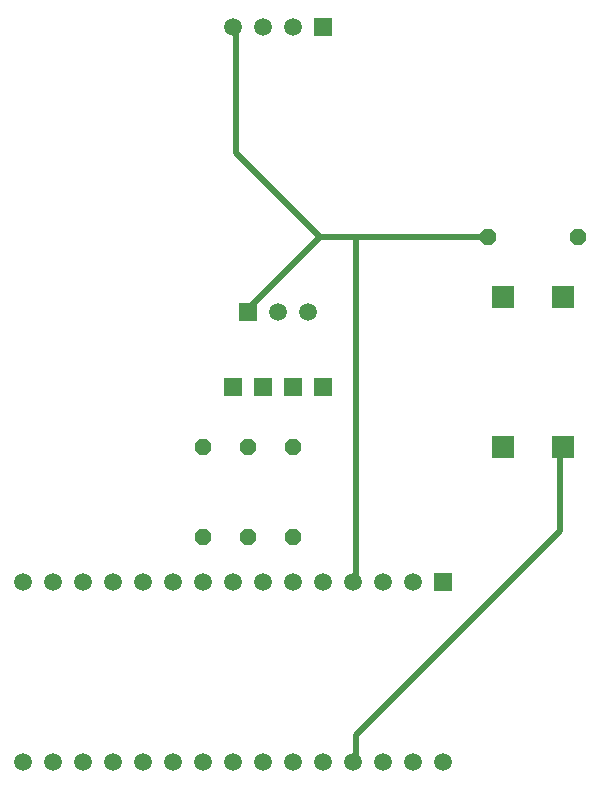
<source format=gbl>
G75*
%MOIN*%
%OFA0B0*%
%FSLAX25Y25*%
%IPPOS*%
%LPD*%
%AMOC8*
5,1,8,0,0,1.08239X$1,22.5*
%
%ADD10R,0.05937X0.05937*%
%ADD11C,0.05937*%
%ADD12OC8,0.05200*%
%ADD13R,0.07500X0.07500*%
%ADD14C,0.02000*%
D10*
X0122578Y0178933D03*
X0132578Y0178933D03*
X0142578Y0178933D03*
X0152578Y0178933D03*
X0127578Y0203933D03*
X0152578Y0298933D03*
X0192578Y0113933D03*
D11*
X0052578Y0053933D03*
X0062578Y0053933D03*
X0072578Y0053933D03*
X0082578Y0053933D03*
X0092578Y0053933D03*
X0102578Y0053933D03*
X0112578Y0053933D03*
X0122578Y0053933D03*
X0132578Y0053933D03*
X0142578Y0053933D03*
X0152578Y0053933D03*
X0162578Y0053933D03*
X0172578Y0053933D03*
X0182578Y0053933D03*
X0192578Y0053933D03*
X0182578Y0113933D03*
X0172578Y0113933D03*
X0162578Y0113933D03*
X0152578Y0113933D03*
X0142578Y0113933D03*
X0132578Y0113933D03*
X0122578Y0113933D03*
X0112578Y0113933D03*
X0102578Y0113933D03*
X0092578Y0113933D03*
X0082578Y0113933D03*
X0072578Y0113933D03*
X0062578Y0113933D03*
X0052578Y0113933D03*
X0137578Y0203933D03*
X0147578Y0203933D03*
X0142578Y0298933D03*
X0132578Y0298933D03*
X0122578Y0298933D03*
D12*
X0207578Y0228933D03*
X0237578Y0228933D03*
X0142578Y0158933D03*
X0127578Y0158933D03*
X0112578Y0158933D03*
X0112578Y0128933D03*
X0127578Y0128933D03*
X0142578Y0128933D03*
D13*
X0212578Y0158933D03*
X0232578Y0158933D03*
X0232578Y0208933D03*
X0212578Y0208933D03*
D14*
X0207578Y0228933D02*
X0163578Y0228933D01*
X0163578Y0114933D01*
X0162578Y0113933D01*
X0163578Y0062933D02*
X0231578Y0130933D01*
X0231578Y0158933D01*
X0232578Y0158933D01*
X0163578Y0228933D02*
X0151578Y0228933D01*
X0123578Y0256933D01*
X0123578Y0298933D01*
X0122578Y0298933D01*
X0151578Y0228933D02*
X0127578Y0204933D01*
X0127578Y0203933D01*
X0163578Y0062933D02*
X0163578Y0054933D01*
X0162578Y0053933D01*
M02*

</source>
